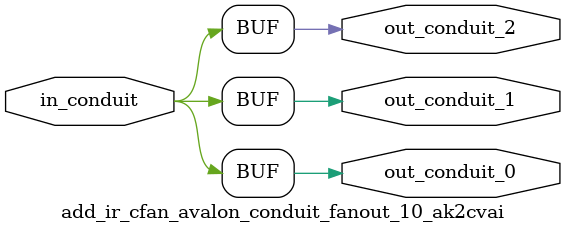
<source format=sv>


 


// --------------------------------------------------------------------------------
//| Avalon Conduit Fan-Out
// --------------------------------------------------------------------------------

// ------------------------------------------
// Generation parameters:
//   output_name:       add_ir_cfan_avalon_conduit_fanout_10_ak2cvai
//   numFanOut:         3
//   
// ------------------------------------------

module add_ir_cfan_avalon_conduit_fanout_10_ak2cvai (     

// Interface: out_conduit_0
 output                    out_conduit_0,
// Interface: out_conduit_1
 output                    out_conduit_1,
// Interface: out_conduit_2
 output                    out_conduit_2,

// Interface: in_conduit
 input                   in_conduit

);

   assign  out_conduit_0 = in_conduit;
   assign  out_conduit_1 = in_conduit;
   assign  out_conduit_2 = in_conduit;

endmodule //


</source>
